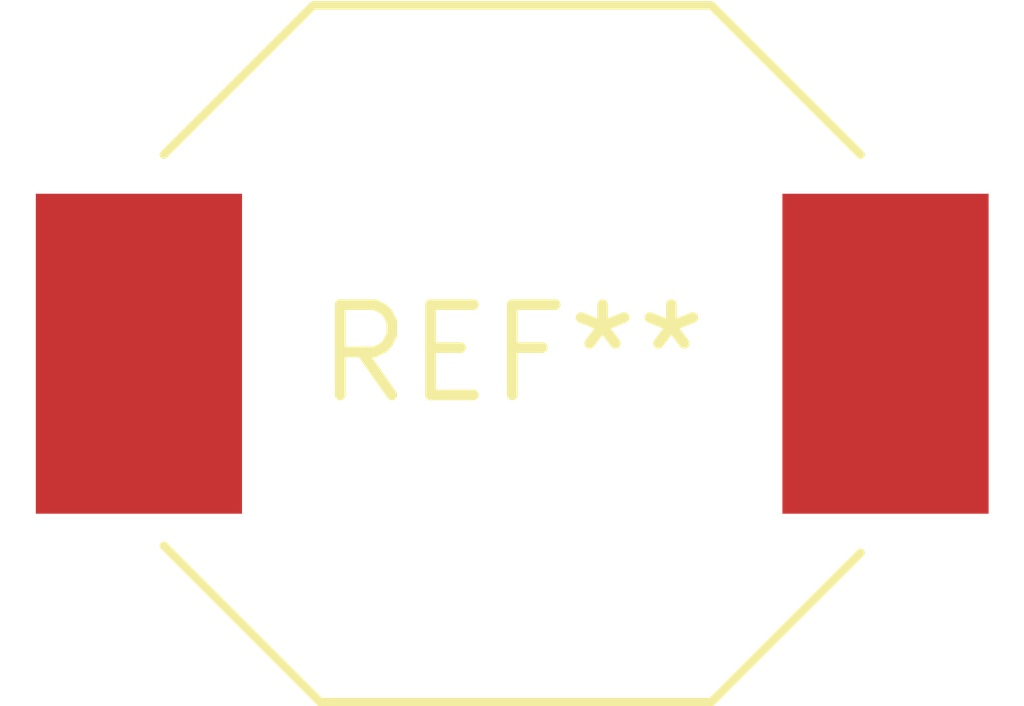
<source format=kicad_pcb>
(kicad_pcb (version 20240108) (generator pcbnew)
  (layers (0 "F.Cu" signal) (31 "B.Cu" signal) (34 "B.Paste" user) (35 "F.Paste" user) (36 "B.SilkS" user "B.Silkscreen") (37 "F.SilkS" user "F.Silkscreen") (38 "B.Mask" user) (39 "F.Mask" user) (44 "Edge.Cuts" user))
  (net 0 "")
  (footprint "L_Neosid_Ms95" (layer "F.Cu") (at 0 0)
    (property "Reference" "REF**")
    (property "Value" "L_Neosid_Ms95")
    (fp_line (start -4.9 -2.8) (end -2.8 -4.9) (layer "F.SilkS") (stroke (width 0.12)))
    (fp_line (start -2.8 -4.9) (end 2.8 -4.9) (layer "F.SilkS") (stroke (width 0.12)))
    (fp_line (start -2.7 4.9) (end -4.9 2.7) (layer "F.SilkS") (stroke (width 0.12)))
    (fp_line (start -2.7 4.9) (end 2.8 4.9) (layer "F.SilkS") (stroke (width 0.12)))
    (fp_line (start 2.8 -4.9) (end 4.9 -2.8) (layer "F.SilkS") (stroke (width 0.12)))
    (fp_line (start 2.8 4.9) (end 4.9 2.8) (layer "F.SilkS") (stroke (width 0.12)))
    (pad "1" smd rect (at -5.25 0) (size 2.9 4.5) (layers "F.Cu" "F.Paste" "F.Mask"))
    (pad "2" smd rect (at 5.25 0) (size 2.9 4.5) (layers "F.Cu" "F.Paste" "F.Mask"))
  )
)
</source>
